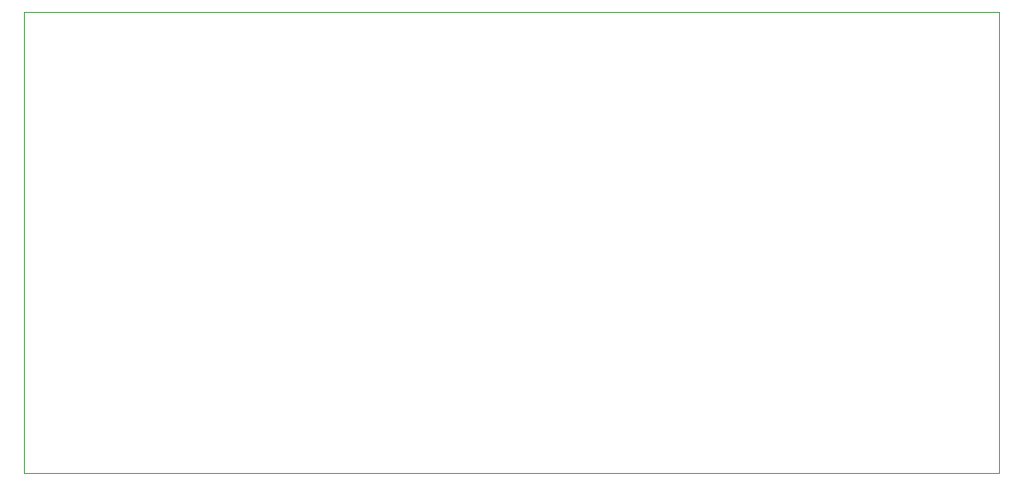
<source format=gbr>
%FSLAX34Y34*%
%MOMM*%
%LNOUTLINE*%
G71*
G01*
%ADD10C, 0.002*%
%LPD*%
G54D10*
X0Y0D02*
X964000Y0D01*
X964000Y-457000D01*
X0Y-457000D01*
X0Y0D01*
M02*

</source>
